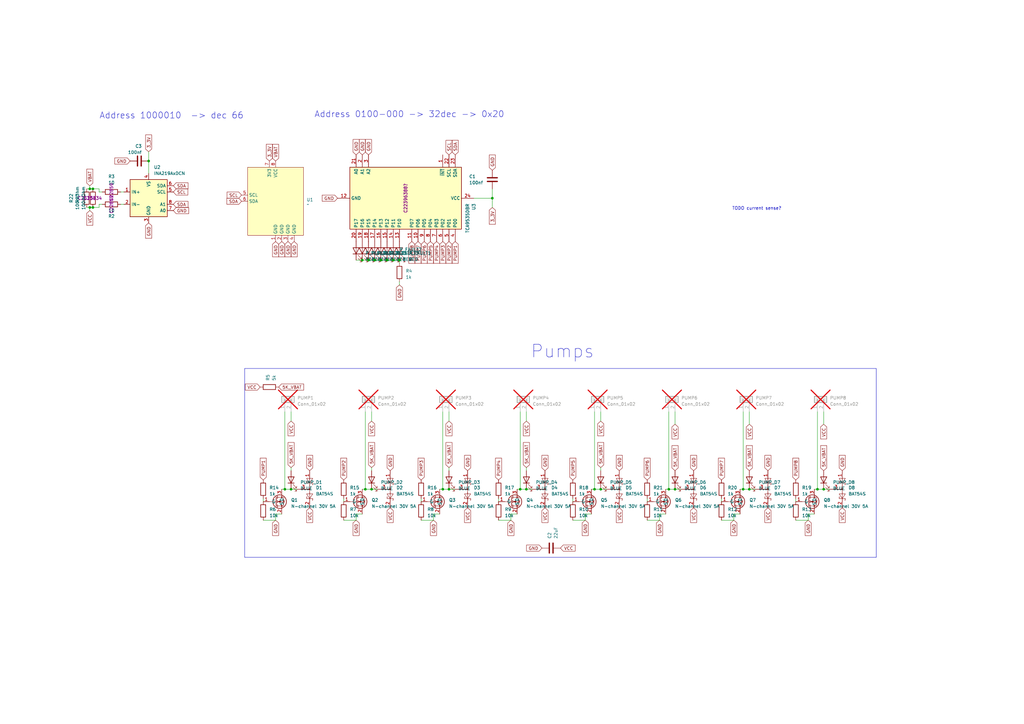
<source format=kicad_sch>
(kicad_sch (version 20250114) (generator "eeschema") (generator_version "9.0")
  (paper "A3")
  (lib_symbols
    (symbol "Connector_Generic:Conn_01x02" (pin_names (offset 1.016) (hide yes))
      (property "Reference" "J" (at 0 2.54 0))
      (property "Value" "Conn_01x02" (at 0 -5.08 0))
      (symbol "Conn_01x02_1_1"
        (rectangle (start -1.27 1.27) (end 1.27 -3.81) (stroke (width 0.254)) (fill (type background)))
        (rectangle (start -1.27 0.127) (end 0 -0.127) (stroke (width 0.1524)))
        (rectangle (start -1.27 -2.413) (end 0 -2.667) (stroke (width 0.1524)))
        (pin passive line (at -5.08 0 0) (length 3.81) (name "Pin_1") (number "1"))
        (pin passive line (at -5.08 -2.54 0) (length 3.81) (name "Pin_2") (number "2"))
      )
    )
    (symbol "Device:C" (pin_numbers (hide yes)) (pin_names (offset 0.254))
      (property "Reference" "C" (at 0.635 2.54 0))
      (property "Value" "C" (at 0.635 -2.54 0))
      (symbol "C_0_1"
        (polyline (pts (xy -2.032 0.762) (xy 2.032 0.762)) (stroke (width 0.508)))
        (polyline (pts (xy -2.032 -0.762) (xy 2.032 -0.762)) (stroke (width 0.508)))
      )
      (symbol "C_1_1"
        (pin passive line (at 0 3.81 270) (length 2.794) (name "~") (number "1"))
        (pin passive line (at 0 -3.81 90) (length 2.794) (name "~") (number "2"))
      )
    )
    (symbol "Device:LED" (pin_numbers (hide yes)) (pin_names (offset 1.016) (hide yes))
      (property "Reference" "D" (at 0 2.54 0))
      (property "Value" "LED" (at 0 -2.54 0))
      (symbol "LED_0_1"
        (polyline (pts (xy -3.048 -0.762) (xy -4.572 -2.286) (xy -3.81 -2.286) (xy -4.572 -2.286) (xy -4.572 -1.524)))
        (polyline (pts (xy -1.778 -0.762) (xy -3.302 -2.286) (xy -2.54 -2.286) (xy -3.302 -2.286) (xy -3.302 -1.524)))
        (polyline (pts (xy -1.27 0) (xy 1.27 0)))
        (polyline (pts (xy -1.27 -1.27) (xy -1.27 1.27)) (stroke (width 0.254)))
        (polyline (pts (xy 1.27 -1.27) (xy 1.27 1.27) (xy -1.27 0) (xy 1.27 -1.27)) (stroke (width 0.254)))
      )
      (symbol "LED_1_1"
        (pin passive line (at -3.81 0 0) (length 2.54) (name "K") (number "1"))
        (pin passive line (at 3.81 0 180) (length 2.54) (name "A") (number "2"))
      )
    )
    (symbol "Device:R" (pin_numbers (hide yes)) (pin_names (offset 0))
      (property "Reference" "R" (at 2.032 0 90))
      (property "Value" "R" (at 0 0 90))
      (symbol "R_0_1"
        (rectangle (start -1.016 -2.54) (end 1.016 2.54) (stroke (width 0.254)))
      )
      (symbol "R_1_1"
        (pin passive line (at 0 3.81 270) (length 1.27) (name "~") (number "1"))
        (pin passive line (at 0 -3.81 90) (length 1.27) (name "~") (number "2"))
      )
    )
    (symbol "Diode:BAS40-04" (pin_names (offset 1.016))
      (property "Reference" "D" (at 0.635 -1.27 0))
      (property "Value" "BAS40-04" (at -6.35 5.715 0))
      (symbol "BAS40-04_0_1"
        (polyline (pts (xy -4.445 3.81) (xy -4.445 1.27) (xy -2.54 2.54) (xy -4.445 3.81)))
        (polyline (pts (xy -3.81 2.54) (xy -1.27 2.54)))
        (polyline (pts (xy -3.175 1.27) (xy -3.175 1.524)))
        (polyline (pts (xy -2.54 3.81) (xy -1.905 3.81)))
        (polyline (pts (xy -2.54 1.27) (xy -3.175 1.27)))
        (polyline (pts (xy -2.54 1.27) (xy -2.54 3.81)))
        (polyline (pts (xy -1.905 3.81) (xy -1.905 3.556)))
        (polyline (pts (xy -1.905 2.54) (xy 1.905 2.54)))
        (circle (center 0 2.54) (radius 0.254) (fill (type outline)))
        (polyline (pts (xy 1.27 2.54) (xy 3.81 2.54)))
        (polyline (pts (xy 1.905 3.81) (xy 1.905 1.27) (xy 3.81 2.54) (xy 1.905 3.81)))
        (polyline (pts (xy 3.175 1.27) (xy 3.175 1.524)))
        (polyline (pts (xy 3.81 3.81) (xy 4.445 3.81)))
        (polyline (pts (xy 3.81 1.27) (xy 3.175 1.27)))
        (polyline (pts (xy 3.81 1.27) (xy 3.81 3.81)))
        (polyline (pts (xy 4.445 3.81) (xy 4.445 3.556)))
      )
      (symbol "BAS40-04_1_1"
        (pin passive line (at -7.62 2.54 0) (length 3.81) (name "~") (number "1"))
        (pin passive line (at 0 -2.54 90) (length 5.08) (name "~") (number "3"))
        (pin passive line (at 7.62 2.54 180) (length 3.81) (name "~") (number "2"))
      )
    )
    (symbol "ESP32-DEVKITC-32D:SL2300" (pin_names (offset 1.016))
      (property "Reference" "Q" (at 0 0 0))
      (property "Value" "SL2300" (at 7.62 0 0))
      (symbol "SL2300_1_1"
        (polyline (pts (xy -1.016 1.905) (xy -1.016 -1.905)) (stroke (width 0.254)))
        (polyline (pts (xy -1.016 0) (xy -3.81 0)))
        (polyline (pts (xy -0.508 2.286) (xy -0.508 1.27)) (stroke (width 0.254)))
        (polyline (pts (xy -0.508 0.508) (xy -0.508 -0.508)) (stroke (width 0.254)))
        (polyline (pts (xy -0.508 -1.27) (xy -0.508 -2.286)) (stroke (width 0.254)))
        (polyline (pts (xy -0.508 -1.778) (xy 2.032 -1.778) (xy 2.032 1.778) (xy -0.508 1.778)))
        (polyline (pts (xy -0.254 0) (xy 0.762 0.381) (xy 0.762 -0.381) (xy -0.254 0)) (fill (type outline)))
        (circle (center 0.381 0) (radius 2.794) (stroke (width 0.254)))
        (polyline (pts (xy 1.27 2.54) (xy 1.27 1.778)))
        (circle (center 1.27 1.778) (radius 0.254) (fill (type outline)))
        (circle (center 1.27 -1.778) (radius 0.254) (fill (type outline)))
        (polyline (pts (xy 1.27 -2.54) (xy 1.27 0) (xy -0.508 0)))
        (polyline (pts (xy 1.524 0.508) (xy 1.651 0.381) (xy 2.413 0.381) (xy 2.54 0.254)))
        (polyline (pts (xy 2.032 0.381) (xy 1.651 -0.254) (xy 2.413 -0.254) (xy 2.032 0.381)))
        (pin input line (at -6.35 0 0) (length 2.54) (name "G") (number "1"))
        (pin passive line (at 1.27 5.08 270) (length 2.54) (name "D") (number "3"))
        (pin passive line (at 1.27 -5.08 90) (length 2.54) (name "S") (number "2"))
      )
    )
    (symbol "Interface_Expansion:TCA9535DBR"
      (property "Reference" "U" (at -11.43 24.13 0))
      (property "Value" "TCA9535DBR" (at 0 0 0))
      (symbol "TCA9535DBR_0_1"
        (rectangle (start -12.7 22.86) (end 12.7 -22.86) (stroke (width 0.254)) (fill (type background)))
      )
      (symbol "TCA9535DBR_1_1"
        (pin bidirectional line (at -17.78 20.32 0) (length 5.08) (name "SDA") (number "23"))
        (pin input line (at -17.78 17.78 0) (length 5.08) (name "SCL") (number "22"))
        (pin open_collector line (at -17.78 15.24 0) (length 5.08) (name "~{INT}") (number "1"))
        (pin input line (at -17.78 -15.24 0) (length 5.08) (name "A2") (number "3"))
        (pin input line (at -17.78 -17.78 0) (length 5.08) (name "A1") (number "2"))
        (pin input line (at -17.78 -20.32 0) (length 5.08) (name "A0") (number "21"))
        (pin power_in line (at 0 27.94 270) (length 5.08) (name "VCC") (number "24"))
        (pin power_in line (at 0 -27.94 90) (length 5.08) (name "GND") (number "12"))
        (pin bidirectional line (at 17.78 20.32 180) (length 5.08) (name "P00") (number "4"))
        (pin bidirectional line (at 17.78 17.78 180) (length 5.08) (name "P01") (number "5"))
        (pin bidirectional line (at 17.78 15.24 180) (length 5.08) (name "P02") (number "6"))
        (pin bidirectional line (at 17.78 12.7 180) (length 5.08) (name "P03") (number "7"))
        (pin bidirectional line (at 17.78 10.16 180) (length 5.08) (name "P04") (number "8"))
        (pin bidirectional line (at 17.78 7.62 180) (length 5.08) (name "P05") (number "9"))
        (pin bidirectional line (at 17.78 5.08 180) (length 5.08) (name "P06") (number "10"))
        (pin bidirectional line (at 17.78 2.54 180) (length 5.08) (name "P07") (number "11"))
        (pin bidirectional line (at 17.78 -2.54 180) (length 5.08) (name "P10") (number "13"))
        (pin bidirectional line (at 17.78 -5.08 180) (length 5.08) (name "P11") (number "14"))
        (pin bidirectional line (at 17.78 -7.62 180) (length 5.08) (name "P12") (number "15"))
        (pin bidirectional line (at 17.78 -10.16 180) (length 5.08) (name "P13") (number "16"))
        (pin bidirectional line (at 17.78 -12.7 180) (length 5.08) (name "P14") (number "17"))
        (pin bidirectional line (at 17.78 -15.24 180) (length 5.08) (name "P15") (number "18"))
        (pin bidirectional line (at 17.78 -17.78 180) (length 5.08) (name "P16") (number "19"))
        (pin bidirectional line (at 17.78 -20.32 180) (length 5.08) (name "P17") (number "20"))
      )
    )
    (symbol "Modules:Pump_Output"
      (property "Reference" "U" (at -6.35 15.24 0))
      (symbol "Pump_Output_1_1"
        (rectangle (start -12.7 12.7) (end 10.16 -15.24) (fill (type background)))
        (pin bidirectional line (at -15.24 1.27 0) (length 2.54) (name "SCL") (number "5"))
        (pin bidirectional line (at -15.24 -1.27 0) (length 2.54) (name "SDA") (number "6"))
        (pin power_in line (at -3.81 15.24 270) (length 2.54) (name "3V3") (number "7"))
        (pin power_in line (at -1.27 15.24 270) (length 2.54) (name "VCC") (number "8"))
        (pin power_in line (at -1.27 -17.78 90) (length 2.54) (name "GND") (number "1"))
        (pin power_in line (at 1.27 -17.78 90) (length 2.54) (name "GND") (number "2"))
        (pin power_in line (at 3.81 -17.78 90) (length 2.54) (name "GND") (number "3"))
        (pin power_in line (at 6.35 -17.78 90) (length 2.54) (name "GND") (number "4"))
      )
    )
    (symbol "Sensor_Energy:INA219AxDCN"
      (property "Reference" "U" (at -6.35 8.89 0))
      (property "Value" "INA219AxDCN" (at 6.35 8.89 0))
      (symbol "INA219AxDCN_0_1"
        (rectangle (start -7.62 7.62) (end 7.62 -7.62) (stroke (width 0.254)) (fill (type background)))
      )
      (symbol "INA219AxDCN_1_1"
        (pin input line (at -10.16 2.54 0) (length 2.54) (name "IN+") (number "1"))
        (pin input line (at -10.16 -2.54 0) (length 2.54) (name "IN-") (number "2"))
        (pin power_in line (at 0 10.16 270) (length 2.54) (name "VS") (number "4"))
        (pin power_in line (at 0 -10.16 90) (length 2.54) (name "GND") (number "3"))
        (pin bidirectional line (at 10.16 5.08 180) (length 2.54) (name "SDA") (number "6"))
        (pin input line (at 10.16 2.54 180) (length 2.54) (name "SCL") (number "5"))
        (pin input line (at 10.16 -2.54 180) (length 2.54) (name "A1") (number "8"))
        (pin input line (at 10.16 -5.08 180) (length 2.54) (name "A0") (number "7"))
      )
    )
  )
  (rectangle (start 100.33 151.13) (end 359.41 228.6))
  (text "TODO current sense?" (at 310.388 85.598 0) (effects (font (size 1.27 1.27))))
  (text "Address 0100-000 -> 32dec -> 0x20" (at 167.894 46.99 0) (effects (font (size 2.54 2.54))))
  (text "Address 1000010  -> dec 66" (at 70.358 47.498 0) (effects (font (size 2.54 2.54))))
  (text "Pumps" (at 243.84 147.32 0) (effects (font (size 5.2578 5.2578)) (justify right bottom)))
  (junction (at 184.15 200.66))
  (junction (at 215.9 200.66))
  (junction (at 201.93 81.28))
  (junction (at 304.8 200.66))
  (junction (at 181.61 200.66))
  (junction (at 152.4 200.66))
  (junction (at 246.38 200.66))
  (junction (at 36.83 85.09))
  (junction (at 276.86 200.66))
  (junction (at 149.86 200.66))
  (junction (at 151.13 106.68))
  (junction (at 337.82 200.66))
  (junction (at 156.21 106.68))
  (junction (at 161.29 106.68))
  (junction (at 38.1 77.47))
  (junction (at 153.67 106.68))
  (junction (at 274.32 200.66))
  (junction (at 38.1 85.09))
  (junction (at 243.84 200.66))
  (junction (at 116.84 200.66))
  (junction (at 163.83 106.68))
  (junction (at 158.75 106.68))
  (junction (at 60.96 66.04))
  (junction (at 307.34 200.66))
  (junction (at 119.38 200.66))
  (junction (at 36.83 77.47))
  (junction (at 213.36 200.66))
  (junction (at 148.59 106.68))
  (junction (at 335.28 200.66))
  (wire (pts (xy 274.32 168.91) (xy 274.32 200.66)))
  (wire (pts (xy 215.9 168.91) (xy 215.9 172.72)))
  (wire (pts (xy 107.95 204.47) (xy 107.95 205.74)))
  (wire (pts (xy 201.93 77.47) (xy 201.93 81.28)))
  (wire (pts (xy 163.83 116.84) (xy 163.83 115.57)))
  (wire (pts (xy 274.32 200.66) (xy 273.05 200.66)))
  (wire (pts (xy 149.86 168.91) (xy 149.86 200.66)))
  (wire (pts (xy 152.4 200.66) (xy 154.94 200.66)))
  (wire (pts (xy 326.39 204.47) (xy 326.39 205.74)))
  (wire (pts (xy 246.38 200.66) (xy 248.92 200.66)))
  (wire (pts (xy 40.64 77.47) (xy 38.1 77.47)))
  (wire (pts (xy 243.84 200.66) (xy 242.57 200.66)))
  (wire (pts (xy 240.03 210.82) (xy 240.03 213.36)))
  (wire (pts (xy 334.01 210.82) (xy 331.47 210.82)))
  (wire (pts (xy 60.96 66.04) (xy 60.96 71.12)))
  (wire (pts (xy 152.4 168.91) (xy 152.4 172.72)))
  (wire (pts (xy 152.4 191.77) (xy 152.4 193.04)))
  (wire (pts (xy 246.38 200.66) (xy 243.84 200.66)))
  (wire (pts (xy 307.34 168.91) (xy 307.34 173.99)))
  (wire (pts (xy 234.95 204.47) (xy 234.95 205.74)))
  (wire (pts (xy 149.86 200.66) (xy 148.59 200.66)))
  (wire (pts (xy 300.99 210.82) (xy 300.99 213.36)))
  (wire (pts (xy 276.86 168.91) (xy 276.86 173.99)))
  (wire (pts (xy 212.09 210.82) (xy 209.55 210.82)))
  (wire (pts (xy 184.15 193.04) (xy 184.15 191.77)))
  (wire (pts (xy 300.99 213.36) (xy 295.91 213.36)))
  (wire (pts (xy 295.91 204.47) (xy 295.91 205.74)))
  (wire (pts (xy 172.72 204.47) (xy 172.72 205.74)))
  (wire (pts (xy 36.83 76.2) (xy 36.83 77.47)))
  (wire (pts (xy 158.75 106.68) (xy 161.29 106.68)))
  (wire (pts (xy 215.9 200.66) (xy 213.36 200.66)))
  (wire (pts (xy 240.03 213.36) (xy 234.95 213.36)))
  (wire (pts (xy 246.38 191.77) (xy 246.38 193.04)))
  (wire (pts (xy 184.15 168.91) (xy 184.15 172.72)))
  (wire (pts (xy 331.47 213.36) (xy 326.39 213.36)))
  (wire (pts (xy 49.53 78.74) (xy 50.8 78.74)))
  (wire (pts (xy 184.15 200.66) (xy 181.61 200.66)))
  (wire (pts (xy 273.05 210.82) (xy 270.51 210.82)))
  (wire (pts (xy 331.47 210.82) (xy 331.47 213.36)))
  (wire (pts (xy 149.86 200.66) (xy 152.4 200.66)))
  (wire (pts (xy 119.38 200.66) (xy 121.92 200.66)))
  (wire (pts (xy 307.34 200.66) (xy 309.88 200.66)))
  (wire (pts (xy 146.05 210.82) (xy 146.05 213.36)))
  (wire (pts (xy 276.86 200.66) (xy 274.32 200.66)))
  (wire (pts (xy 209.55 213.36) (xy 204.47 213.36)))
  (wire (pts (xy 303.53 210.82) (xy 300.99 210.82)))
  (wire (pts (xy 40.64 83.82) (xy 40.64 85.09)))
  (wire (pts (xy 270.51 213.36) (xy 265.43 213.36)))
  (wire (pts (xy 113.03 213.36) (xy 107.95 213.36)))
  (wire (pts (xy 335.28 168.91) (xy 335.28 200.66)))
  (wire (pts (xy 215.9 191.77) (xy 215.9 193.04)))
  (wire (pts (xy 148.59 106.68) (xy 146.05 106.68)))
  (wire (pts (xy 35.56 77.47) (xy 36.83 77.47)))
  (wire (pts (xy 213.36 200.66) (xy 212.09 200.66)))
  (wire (pts (xy 49.53 83.82) (xy 50.8 83.82)))
  (wire (pts (xy 156.21 106.68) (xy 158.75 106.68)))
  (wire (pts (xy 119.38 193.04) (xy 119.38 191.77)))
  (wire (pts (xy 181.61 200.66) (xy 180.34 200.66)))
  (wire (pts (xy 270.51 210.82) (xy 270.51 213.36)))
  (wire (pts (xy 265.43 204.47) (xy 265.43 205.74)))
  (wire (pts (xy 242.57 210.82) (xy 240.03 210.82)))
  (wire (pts (xy 40.64 78.74) (xy 41.91 78.74)))
  (wire (pts (xy 180.34 210.82) (xy 177.8 210.82)))
  (wire (pts (xy 163.83 107.95) (xy 163.83 106.68)))
  (wire (pts (xy 194.31 81.28) (xy 201.93 81.28)))
  (wire (pts (xy 113.03 210.82) (xy 113.03 213.36)))
  (wire (pts (xy 209.55 210.82) (xy 209.55 213.36)))
  (wire (pts (xy 177.8 210.82) (xy 177.8 213.36)))
  (wire (pts (xy 151.13 106.68) (xy 148.59 106.68)))
  (wire (pts (xy 204.47 204.47) (xy 204.47 205.74)))
  (wire (pts (xy 36.83 85.09) (xy 38.1 85.09)))
  (wire (pts (xy 36.83 77.47) (xy 38.1 77.47)))
  (wire (pts (xy 40.64 78.74) (xy 40.64 77.47)))
  (wire (pts (xy 177.8 213.36) (xy 172.72 213.36)))
  (wire (pts (xy 307.34 200.66) (xy 304.8 200.66)))
  (wire (pts (xy 304.8 200.66) (xy 303.53 200.66)))
  (wire (pts (xy 201.93 81.28) (xy 201.93 85.09)))
  (wire (pts (xy 335.28 200.66) (xy 334.01 200.66)))
  (wire (pts (xy 213.36 168.91) (xy 213.36 200.66)))
  (wire (pts (xy 181.61 168.91) (xy 181.61 200.66)))
  (wire (pts (xy 115.57 210.82) (xy 113.03 210.82)))
  (wire (pts (xy 36.83 85.09) (xy 36.83 86.36)))
  (wire (pts (xy 243.84 168.91) (xy 243.84 200.66)))
  (wire (pts (xy 140.97 204.47) (xy 140.97 205.74)))
  (wire (pts (xy 304.8 168.91) (xy 304.8 200.66)))
  (wire (pts (xy 119.38 200.66) (xy 116.84 200.66)))
  (wire (pts (xy 40.64 85.09) (xy 38.1 85.09)))
  (wire (pts (xy 156.21 106.68) (xy 153.67 106.68)))
  (wire (pts (xy 246.38 168.91) (xy 246.38 172.72)))
  (wire (pts (xy 116.84 200.66) (xy 115.57 200.66)))
  (wire (pts (xy 337.82 200.66) (xy 340.36 200.66)))
  (wire (pts (xy 337.82 200.66) (xy 335.28 200.66)))
  (wire (pts (xy 40.64 83.82) (xy 41.91 83.82)))
  (wire (pts (xy 153.67 106.68) (xy 151.13 106.68)))
  (wire (pts (xy 146.05 213.36) (xy 140.97 213.36)))
  (wire (pts (xy 276.86 200.66) (xy 279.4 200.66)))
  (wire (pts (xy 148.59 210.82) (xy 146.05 210.82)))
  (wire (pts (xy 35.56 85.09) (xy 36.83 85.09)))
  (wire (pts (xy 184.15 200.66) (xy 186.69 200.66)))
  (wire (pts (xy 60.96 62.23) (xy 60.96 66.04)))
  (wire (pts (xy 161.29 106.68) (xy 163.83 106.68)))
  (wire (pts (xy 116.84 168.91) (xy 116.84 200.66)))
  (wire (pts (xy 337.82 168.91) (xy 337.82 173.99)))
  (wire (pts (xy 215.9 200.66) (xy 218.44 200.66)))
  (wire (pts (xy 119.38 168.91) (xy 119.38 172.72)))
  (global_label "VCC" (shape input) (at 119.38 172.72 270) (property "Intersheetrefs" "${INTERSHEET_REFS}" (effects (hide yes))))
  (global_label "VCC" (shape input) (at 254 208.28 270) (property "Intersheetrefs" "${INTERSHEET_REFS}" (effects (hide yes))))
  (global_label "PUMP4" (shape input) (at 179.07 99.06 270) (property "Intersheetrefs" "${INTERSHEET_REFS}" (effects (hide yes))))
  (global_label "GND" (shape input) (at 127 193.04 90) (property "Intersheetrefs" "${INTERSHEET_REFS}" (effects (hide yes))))
  (global_label "SDA" (shape input) (at 186.69 63.5 90) (property "Intersheetrefs" "${INTERSHEET_REFS}" (effects (hide yes))))
  (global_label "5K_VBAT" (shape input) (at 152.4 191.77 90) (property "Intersheetrefs" "${INTERSHEET_REFS}" (effects (hide yes))))
  (global_label "3_3V" (shape input) (at 110.49 66.04 90) (property "Intersheetrefs" "${INTERSHEET_REFS}" (effects (hide yes))))
  (global_label "VCC" (shape input) (at 307.34 173.99 270) (property "Intersheetrefs" "${INTERSHEET_REFS}" (effects (hide yes))))
  (global_label "PUMP1" (shape input) (at 186.69 99.06 270) (property "Intersheetrefs" "${INTERSHEET_REFS}" (effects (hide yes))))
  (global_label "SCL" (shape input) (at 184.15 63.5 90) (property "Intersheetrefs" "${INTERSHEET_REFS}" (effects (hide yes))))
  (global_label "GND" (shape input) (at 314.96 193.04 90) (property "Intersheetrefs" "${INTERSHEET_REFS}" (effects (hide yes))))
  (global_label "PUMP5" (shape input) (at 176.53 99.06 270) (property "Intersheetrefs" "${INTERSHEET_REFS}" (effects (hide yes))))
  (global_label "VCC" (shape input) (at 106.68 158.75 180) (property "Intersheetrefs" "${INTERSHEET_REFS}" (effects (hide yes))))
  (global_label "SCL" (shape input) (at 99.06 80.01 180) (property "Intersheetrefs" "${INTERSHEET_REFS}" (effects (hide yes))))
  (global_label "PUMP8" (shape input) (at 326.39 196.85 90) (property "Intersheetrefs" "${INTERSHEET_REFS}" (effects (hide yes))))
  (global_label "GND" (shape input) (at 60.96 91.44 270) (property "Intersheetrefs" "${INTERSHEET_REFS}" (effects (hide yes))))
  (global_label "GND" (shape input) (at 201.93 69.85 90) (property "Intersheetrefs" "${INTERSHEET_REFS}" (effects (hide yes))))
  (global_label "PUMP5" (shape input) (at 234.95 196.85 90) (property "Intersheetrefs" "${INTERSHEET_REFS}" (effects (hide yes))))
  (global_label "GND" (shape input) (at 300.99 213.36 270) (property "Intersheetrefs" "${INTERSHEET_REFS}" (effects (hide yes))))
  (global_label "VCC" (shape input) (at 337.82 173.99 270) (property "Intersheetrefs" "${INTERSHEET_REFS}" (effects (hide yes))))
  (global_label "PUMP2" (shape input) (at 140.97 196.85 90) (property "Intersheetrefs" "${INTERSHEET_REFS}" (effects (hide yes))))
  (global_label "GND" (shape input) (at 115.57 99.06 270) (property "Intersheetrefs" "${INTERSHEET_REFS}" (effects (hide yes))))
  (global_label "VCC" (shape input) (at 229.87 224.79 0) (property "Intersheetrefs" "${INTERSHEET_REFS}" (effects (hide yes))))
  (global_label "VCC" (shape input) (at 314.96 208.28 270) (property "Intersheetrefs" "${INTERSHEET_REFS}" (effects (hide yes))))
  (global_label "GND" (shape input) (at 148.59 63.5 90) (property "Intersheetrefs" "${INTERSHEET_REFS}" (effects (hide yes))))
  (global_label "SDA" (shape input) (at 71.12 76.2 0) (property "Intersheetrefs" "${INTERSHEET_REFS}" (effects (hide yes))))
  (global_label "PUMP8" (shape input) (at 168.91 99.06 270) (property "Intersheetrefs" "${INTERSHEET_REFS}" (effects (hide yes))))
  (global_label "PUMP6" (shape input) (at 265.43 196.85 90) (property "Intersheetrefs" "${INTERSHEET_REFS}" (effects (hide yes))))
  (global_label "VCC" (shape input) (at 127 208.28 270) (property "Intersheetrefs" "${INTERSHEET_REFS}" (effects (hide yes))))
  (global_label "5K_VBAT" (shape input) (at 276.86 193.04 90) (property "Intersheetrefs" "${INTERSHEET_REFS}" (effects (hide yes))))
  (global_label "GND" (shape input) (at 53.34 66.04 180) (property "Intersheetrefs" "${INTERSHEET_REFS}" (effects (hide yes))))
  (global_label "5K_VBAT" (shape input) (at 246.38 191.77 90) (property "Intersheetrefs" "${INTERSHEET_REFS}" (effects (hide yes))))
  (global_label "GND" (shape input) (at 146.05 213.36 270) (property "Intersheetrefs" "${INTERSHEET_REFS}" (effects (hide yes))))
  (global_label "PUMP6" (shape input) (at 173.99 99.06 270) (property "Intersheetrefs" "${INTERSHEET_REFS}" (effects (hide yes))))
  (global_label "SCL" (shape input) (at 71.12 78.74 0) (property "Intersheetrefs" "${INTERSHEET_REFS}" (effects (hide yes))))
  (global_label "VCC" (shape input) (at 223.52 208.28 270) (property "Intersheetrefs" "${INTERSHEET_REFS}" (effects (hide yes))))
  (global_label "5K_VBAT" (shape input) (at 215.9 191.77 90) (property "Intersheetrefs" "${INTERSHEET_REFS}" (effects (hide yes))))
  (global_label "VCC" (shape input) (at 284.48 208.28 270) (property "Intersheetrefs" "${INTERSHEET_REFS}" (effects (hide yes))))
  (global_label "GND" (shape input) (at 151.13 63.5 90) (property "Intersheetrefs" "${INTERSHEET_REFS}" (effects (hide yes))))
  (global_label "VBAT" (shape input) (at 36.83 76.2 90) (property "Intersheetrefs" "${INTERSHEET_REFS}" (effects (hide yes))))
  (global_label "PUMP7" (shape input) (at 295.91 196.85 90) (property "Intersheetrefs" "${INTERSHEET_REFS}" (effects (hide yes))))
  (global_label "PUMP4" (shape input) (at 204.47 196.85 90) (property "Intersheetrefs" "${INTERSHEET_REFS}" (effects (hide yes))))
  (global_label "PUMP2" (shape input) (at 184.15 99.06 270) (property "Intersheetrefs" "${INTERSHEET_REFS}" (effects (hide yes))))
  (global_label "GND" (shape input) (at 191.77 193.04 90) (property "Intersheetrefs" "${INTERSHEET_REFS}" (effects (hide yes))))
  (global_label "VCC" (shape input) (at 184.15 172.72 270) (property "Intersheetrefs" "${INTERSHEET_REFS}" (effects (hide yes))))
  (global_label "GND" (shape input) (at 71.12 86.36 0) (property "Intersheetrefs" "${INTERSHEET_REFS}" (effects (hide yes))))
  (global_label "VCC" (shape input) (at 160.02 208.28 270) (property "Intersheetrefs" "${INTERSHEET_REFS}" (effects (hide yes))))
  (global_label "PUMP3" (shape input) (at 181.61 99.06 270) (property "Intersheetrefs" "${INTERSHEET_REFS}" (effects (hide yes))))
  (global_label "GND" (shape input) (at 345.44 193.04 90) (property "Intersheetrefs" "${INTERSHEET_REFS}" (effects (hide yes))))
  (global_label "GND" (shape input) (at 222.25 224.79 180) (property "Intersheetrefs" "${INTERSHEET_REFS}" (effects (hide yes))))
  (global_label "3_3V" (shape input) (at 201.93 85.09 270) (property "Intersheetrefs" "${INTERSHEET_REFS}" (effects (hide yes))))
  (global_label "5K_VBAT" (shape input) (at 184.15 191.77 90) (property "Intersheetrefs" "${INTERSHEET_REFS}" (effects (hide yes))))
  (global_label "GND" (shape input) (at 270.51 213.36 270) (property "Intersheetrefs" "${INTERSHEET_REFS}" (effects (hide yes))))
  (global_label "GND" (shape input) (at 223.52 193.04 90) (property "Intersheetrefs" "${INTERSHEET_REFS}" (effects (hide yes))))
  (global_label "GND" (shape input) (at 160.02 193.04 90) (property "Intersheetrefs" "${INTERSHEET_REFS}" (effects (hide yes))))
  (global_label "VCC" (shape input) (at 36.83 86.36 270) (property "Intersheetrefs" "${INTERSHEET_REFS}" (effects (hide yes))))
  (global_label "GND" (shape input) (at 113.03 99.06 270) (property "Intersheetrefs" "${INTERSHEET_REFS}" (effects (hide yes))))
  (global_label "GND" (shape input) (at 113.03 213.36 270) (property "Intersheetrefs" "${INTERSHEET_REFS}" (effects (hide yes))))
  (global_label "SDA" (shape input) (at 71.12 83.82 0) (property "Intersheetrefs" "${INTERSHEET_REFS}" (effects (hide yes))))
  (global_label "GND" (shape input) (at 118.11 99.06 270) (property "Intersheetrefs" "${INTERSHEET_REFS}" (effects (hide yes))))
  (global_label "VCC" (shape input) (at 345.44 208.28 270) (property "Intersheetrefs" "${INTERSHEET_REFS}" (effects (hide yes))))
  (global_label "5K_VBAT" (shape input) (at 307.34 193.04 90) (property "Intersheetrefs" "${INTERSHEET_REFS}" (effects (hide yes))))
  (global_label "GND" (shape input) (at 284.48 193.04 90) (property "Intersheetrefs" "${INTERSHEET_REFS}" (effects (hide yes))))
  (global_label "SDA" (shape input) (at 99.06 82.55 180) (property "Intersheetrefs" "${INTERSHEET_REFS}" (effects (hide yes))))
  (global_label "GND" (shape input) (at 331.47 213.36 270) (property "Intersheetrefs" "${INTERSHEET_REFS}" (effects (hide yes))))
  (global_label "GND" (shape input) (at 209.55 213.36 270) (property "Intersheetrefs" "${INTERSHEET_REFS}" (effects (hide yes))))
  (global_label "PUMP3" (shape input) (at 172.72 196.85 90) (property "Intersheetrefs" "${INTERSHEET_REFS}" (effects (hide yes))))
  (global_label "5K_VBAT" (shape input) (at 114.3 158.75 0) (property "Intersheetrefs" "${INTERSHEET_REFS}" (effects (hide yes))))
  (global_label "GND" (shape input) (at 120.65 99.06 270) (property "Intersheetrefs" "${INTERSHEET_REFS}" (effects (hide yes))))
  (global_label "GND" (shape input) (at 138.43 81.28 180) (property "Intersheetrefs" "${INTERSHEET_REFS}" (effects (hide yes))))
  (global_label "VCC" (shape input) (at 276.86 173.99 270) (property "Intersheetrefs" "${INTERSHEET_REFS}" (effects (hide yes))))
  (global_label "5K_VBAT" (shape input) (at 119.38 191.77 90) (property "Intersheetrefs" "${INTERSHEET_REFS}" (effects (hide yes))))
  (global_label "VCC" (shape input) (at 215.9 172.72 270) (property "Intersheetrefs" "${INTERSHEET_REFS}" (effects (hide yes))))
  (global_label "VCC" (shape input) (at 191.77 208.28 270) (property "Intersheetrefs" "${INTERSHEET_REFS}" (effects (hide yes))))
  (global_label "GND" (shape input) (at 146.05 63.5 90) (property "Intersheetrefs" "${INTERSHEET_REFS}" (effects (hide yes))))
  (global_label "VCC" (shape input) (at 246.38 172.72 270) (property "Intersheetrefs" "${INTERSHEET_REFS}" (effects (hide yes))))
  (global_label "GND" (shape input) (at 254 193.04 90) (property "Intersheetrefs" "${INTERSHEET_REFS}" (effects (hide yes))))
  (global_label "PUMP1" (shape input) (at 107.95 196.85 90) (property "Intersheetrefs" "${INTERSHEET_REFS}" (effects (hide yes))))
  (global_label "PUMP7" (shape input) (at 171.45 99.06 270) (property "Intersheetrefs" "${INTERSHEET_REFS}" (effects (hide yes))))
  (global_label "3_3V" (shape input) (at 60.96 62.23 90) (property "Intersheetrefs" "${INTERSHEET_REFS}" (effects (hide yes))))
  (global_label "VCC" (shape input) (at 152.4 172.72 270) (property "Intersheetrefs" "${INTERSHEET_REFS}" (effects (hide yes))))
  (global_label "VBAT" (shape input) (at 113.03 66.04 90) (property "Intersheetrefs" "${INTERSHEET_REFS}" (effects (hide yes))))
  (global_label "GND" (shape input) (at 163.83 116.84 270) (property "Intersheetrefs" "${INTERSHEET_REFS}" (effects (hide yes))))
  (global_label "GND" (shape input) (at 177.8 213.36 270) (property "Intersheetrefs" "${INTERSHEET_REFS}" (effects (hide yes))))
  (global_label "GND" (shape input) (at 240.03 213.36 270) (property "Intersheetrefs" "${INTERSHEET_REFS}" (effects (hide yes))))
  (global_label "5K_VBAT" (shape input) (at 337.82 193.04 90) (property "Intersheetrefs" "${INTERSHEET_REFS}" (effects (hide yes))))
  (symbol (lib_id "Device:LED") (at 246.38 196.85 90) (unit 1)
    (property "Reference" "PUMP_D5" (at 250.19 197.8025 90) (effects (justify right)))
    (property "Value" "BLUE" (at 250.19 200.3425 90) (effects (justify right)))
    (property "Footprint" "LED_SMD:LED_0805_2012Metric" (effects (hide yes)))
    (property "Description" "Light emitting diode" (effects (hide yes)))
    (property "LCSC_PART_NUMBER" "C205441" (effects (hide yes)))
    (property "Sim.Pins" "1=K 2=A" (effects (hide yes)))
  )
  (symbol (lib_id "Device:R") (at 35.56 81.28 180) (unit 1)
    (property "Reference" "R22" (at 29.21 81.28 90))
    (property "Value" "100mOhm" (at 31.75 81.28 90))
    (property "Footprint" "Resistor_SMD:R_1206_3216Metric" (effects (hide yes)))
    (property "Description" "Resistor" (effects (hide yes)))
    (property "LCSC_PART_NUMBER" "C25334" (at 35.56 81.28 0))
  )
  (symbol (lib_id "Diode:BAS40-04") (at 342.9 200.66 270) (unit 1)
    (property "Reference" "D8" (at 347.98 200.025 90) (effects (justify left)))
    (property "Value" "BAT54S" (at 347.98 202.565 90) (effects (justify left)))
    (property "Footprint" "Package_TO_SOT_SMD:SOT-23" (effects (hide yes)))
    (property "Datasheet" "http://www.vishay.com/docs/85701/bas40v.pdf" (effects (hide yes)))
    (property "Description" "40V 0.2A Dual Small Signal Schottky Diodes" (effects (hide yes)))
    (property "LCSC_PART_NUMBER" "C916425" (effects (hide yes)))
  )
  (symbol (lib_id "ESP32-DEVKITC-32D:SL2300") (at 114.3 205.74 0) (unit 1)
    (property "Reference" "Q1" (at 119.38 205.105 0) (effects (justify left)))
    (property "Value" "N-channel 30V 5A" (at 119.38 207.645 0) (effects (justify left)))
    (property "Footprint" "PCM_Package_TO_SOT_SMD_AKL:SOT-23" (effects (hide yes)))
    (property "LCSC_PART_NUMBER" "C20917" (effects (hide yes)))
  )
  (symbol (lib_id "Device:R") (at 326.39 209.55 0) (unit 1)
    (property "Reference" "R13" (at 328.93 208.915 0) (effects (justify left)))
    (property "Value" "10k" (at 328.93 211.455 0) (effects (justify left)))
    (property "Footprint" "Resistor_SMD:R_0603_1608Metric" (effects (hide yes)))
    (property "Description" "Resistor" (effects (hide yes)))
    (property "LCSC_PART_NUMBER" "C25804" (effects (hide yes)))
  )
  (symbol (lib_id "Device:LED") (at 152.4 196.85 90) (unit 1)
    (property "Reference" "PUMP_D2" (at 156.21 197.8025 90) (effects (justify right)))
    (property "Value" "BLUE" (at 156.21 200.3425 90) (effects (justify right)))
    (property "Footprint" "LED_SMD:LED_0805_2012Metric" (effects (hide yes)))
    (property "Description" "Light emitting diode" (effects (hide yes)))
    (property "LCSC_PART_NUMBER" "C205441" (effects (hide yes)))
    (property "Sim.Pins" "1=K 2=A" (effects (hide yes)))
  )
  (symbol (lib_id "Device:LED") (at 163.83 102.87 90) (unit 1)
    (property "Reference" "P_FAULT1" (at 167.64 103.8225 90) (effects (justify right)))
    (property "Value" "RED" (at 167.64 106.3625 90) (effects (justify right)))
    (property "Footprint" "LED_SMD:LED_0805_2012Metric" (effects (hide yes)))
    (property "Description" "Light emitting diode" (effects (hide yes)))
    (property "LCSC_PART_NUMBER" "C205441" (effects (hide yes)))
    (property "Sim.Pins" "1=K 2=A" (effects (hide yes)))
  )
  (symbol (lib_id "Diode:BAS40-04") (at 124.46 200.66 270) (unit 1)
    (property "Reference" "D1" (at 129.54 200.025 90) (effects (justify left)))
    (property "Value" "BAT54S" (at 129.54 202.565 90) (effects (justify left)))
    (property "Footprint" "Package_TO_SOT_SMD:SOT-23" (effects (hide yes)))
    (property "Datasheet" "http://www.vishay.com/docs/85701/bas40v.pdf" (effects (hide yes)))
    (property "Description" "40V 0.2A Dual Small Signal Schottky Diodes" (effects (hide yes)))
    (property "LCSC_PART_NUMBER" "C916425" (effects (hide yes)))
  )
  (symbol (lib_id "Device:C") (at 226.06 224.79 270) (unit 1)
    (property "Reference" "C2" (at 225.425 220.98 0) (effects (justify right)))
    (property "Value" "22uF" (at 227.965 220.98 0) (effects (justify right)))
    (property "Footprint" "PCM_Capacitor_SMD_Handsoldering_AKL:C_0805_2012Metric_Pad1.18x1.45mm" (effects (hide yes)))
    (property "Description" "Unpolarized capacitor" (effects (hide yes)))
    (property "LCSC_PART_NUMBER" "C45783" (effects (hide yes)))
  )
  (symbol (lib_id "Device:C") (at 201.93 73.66 0) (unit 1)
    (property "Reference" "C1" (at 192.405 72.39 0) (effects (justify left)))
    (property "Value" "100nf" (at 192.405 74.93 0) (effects (justify left)))
    (property "Footprint" "PCM_Capacitor_SMD_Handsoldering_AKL:C_0603_1608Metric_Pad1.08x0.95mm" (effects (hide yes)))
    (property "LCSC_PART_NUMBER" "C14663" (effects (hide yes)))
  )
  (symbol (lib_id "Connector_Generic:Conn_01x02") (at 274.32 163.83 90) (unit 1) (dnp yes)
    (property "Reference" "PUMP6" (at 279.4 163.195 90) (effects (justify right)))
    (property "Value" "Conn_01x02" (at 279.4 165.735 90) (effects (justify right)))
    (property "Footprint" "Connector_JST:JST_EH_B2B-EH-A_1x02_P2.50mm_Vertical" (effects (hide yes)))
    (property "Description" "Generic connector, single row, 01x02, script generated (kicad-library-utils/schlib/autogen/connector/)" (effects (hide yes)))
  )
  (symbol (lib_id "Connector_Generic:Conn_01x02") (at 243.84 163.83 90) (unit 1) (dnp yes)
    (property "Reference" "PUMP5" (at 248.92 163.195 90) (effects (justify right)))
    (property "Value" "Conn_01x02" (at 248.92 165.735 90) (effects (justify right)))
    (property "Footprint" "Connector_JST:JST_EH_B2B-EH-A_1x02_P2.50mm_Vertical" (effects (hide yes)))
    (property "Description" "Generic connector, single row, 01x02, script generated (kicad-library-utils/schlib/autogen/connector/)" (effects (hide yes)))
  )
  (symbol (lib_id "Device:LED") (at 146.05 102.87 90) (unit 1)
    (property "Reference" "P_FAULT8" (at 149.86 103.8225 90) (effects (justify right)))
    (property "Value" "RED" (at 149.86 106.3625 90) (effects (justify right)))
    (property "Footprint" "LED_SMD:LED_0805_2012Metric" (effects (hide yes)))
    (property "Description" "Light emitting diode" (effects (hide yes)))
    (property "LCSC_PART_NUMBER" "C205441" (effects (hide yes)))
    (property "Sim.Pins" "1=K 2=A" (effects (hide yes)))
  )
  (symbol (lib_id "ESP32-DEVKITC-32D:SL2300") (at 210.82 205.74 0) (unit 1)
    (property "Reference" "Q4" (at 215.9 205.105 0) (effects (justify left)))
    (property "Value" "N-channel 30V 5A" (at 215.9 207.645 0) (effects (justify left)))
    (property "Footprint" "PCM_Package_TO_SOT_SMD_AKL:SOT-23" (effects (hide yes)))
    (property "LCSC_PART_NUMBER" "C20917" (effects (hide yes)))
  )
  (symbol (lib_id "Diode:BAS40-04") (at 157.48 200.66 270) (unit 1)
    (property "Reference" "D2" (at 162.56 200.025 90) (effects (justify left)))
    (property "Value" "BAT54S" (at 162.56 202.565 90) (effects (justify left)))
    (property "Footprint" "Package_TO_SOT_SMD:SOT-23" (effects (hide yes)))
    (property "Datasheet" "http://www.vishay.com/docs/85701/bas40v.pdf" (effects (hide yes)))
    (property "Description" "40V 0.2A Dual Small Signal Schottky Diodes" (effects (hide yes)))
    (property "LCSC_PART_NUMBER" "C916425" (effects (hide yes)))
  )
  (symbol (lib_id "Diode:BAS40-04") (at 220.98 200.66 270) (unit 1)
    (property "Reference" "D4" (at 226.06 200.025 90) (effects (justify left)))
    (property "Value" "BAT54S" (at 226.06 202.565 90) (effects (justify left)))
    (property "Footprint" "Package_TO_SOT_SMD:SOT-23" (effects (hide yes)))
    (property "Datasheet" "http://www.vishay.com/docs/85701/bas40v.pdf" (effects (hide yes)))
    (property "Description" "40V 0.2A Dual Small Signal Schottky Diodes" (effects (hide yes)))
    (property "LCSC_PART_NUMBER" "C916425" (effects (hide yes)))
  )
  (symbol (lib_id "Device:LED") (at 337.82 196.85 90) (unit 1)
    (property "Reference" "PUMP_D8" (at 341.63 197.8025 90) (effects (justify right)))
    (property "Value" "BLUE" (at 341.63 200.3425 90) (effects (justify right)))
    (property "Footprint" "LED_SMD:LED_0805_2012Metric" (effects (hide yes)))
    (property "Description" "Light emitting diode" (effects (hide yes)))
    (property "LCSC_PART_NUMBER" "C205441" (effects (hide yes)))
    (property "Sim.Pins" "1=K 2=A" (effects (hide yes)))
  )
  (symbol (lib_id "Device:R") (at 295.91 200.66 0) (unit 1)
    (property "Reference" "R20" (at 298.45 200.025 0) (effects (justify left)))
    (property "Value" "1k" (at 298.45 202.565 0) (effects (justify left)))
    (property "Footprint" "Resistor_SMD:R_0603_1608Metric" (effects (hide yes)))
    (property "Description" "Resistor" (effects (hide yes)))
    (property "LCSC_PART_NUMBER" "C21190" (effects (hide yes)))
  )
  (symbol (lib_id "Device:LED") (at 307.34 196.85 90) (unit 1)
    (property "Reference" "PUMP_D7" (at 311.15 197.8025 90) (effects (justify right)))
    (property "Value" "BLUE" (at 311.15 200.3425 90) (effects (justify right)))
    (property "Footprint" "LED_SMD:LED_0805_2012Metric" (effects (hide yes)))
    (property "Description" "Light emitting diode" (effects (hide yes)))
    (property "LCSC_PART_NUMBER" "C205441" (effects (hide yes)))
    (property "Sim.Pins" "1=K 2=A" (effects (hide yes)))
  )
  (symbol (lib_id "Device:LED") (at 184.15 196.85 90) (unit 1)
    (property "Reference" "PUMP_D3" (at 187.96 197.8025 90) (effects (justify right)))
    (property "Value" "BLUE" (at 187.96 200.3425 90) (effects (justify right)))
    (property "Footprint" "LED_SMD:LED_0805_2012Metric" (effects (hide yes)))
    (property "Description" "Light emitting diode" (effects (hide yes)))
    (property "LCSC_PART_NUMBER" "C205441" (effects (hide yes)))
    (property "Sim.Pins" "1=K 2=A" (effects (hide yes)))
  )
  (symbol (lib_id "Sensor_Energy:INA219AxDCN") (at 60.96 81.28 0) (unit 1)
    (property "Reference" "U2" (at 63.1033 68.58 0) (effects (justify left)))
    (property "Value" "INA219AxDCN" (at 63.1033 71.12 0) (effects (justify left)))
    (property "Footprint" "Package_TO_SOT_SMD:SOT-23-8" (effects (hide yes)))
    (property "Datasheet" "http://www.ti.com/lit/ds/symlink/ina219.pdf" (effects (hide yes)))
    (property "Description" "Zero-Drift, Bidirectional Current/Power Monitor (0-26V) With I2C Interface, SOT-23-8" (effects (hide yes)))
  )
  (symbol (lib_id "Device:R") (at 204.47 209.55 0) (unit 1)
    (property "Reference" "R9" (at 207.01 208.915 0) (effects (justify left)))
    (property "Value" "10k" (at 207.01 211.455 0) (effects (justify left)))
    (property "Footprint" "Resistor_SMD:R_0603_1608Metric" (effects (hide yes)))
    (property "Description" "Resistor" (effects (hide yes)))
    (property "LCSC_PART_NUMBER" "C25804" (effects (hide yes)))
  )
  (symbol (lib_id "Device:R") (at 140.97 200.66 0) (unit 1)
    (property "Reference" "R15" (at 143.51 200.025 0) (effects (justify left)))
    (property "Value" "1k" (at 143.51 202.565 0) (effects (justify left)))
    (property "Footprint" "Resistor_SMD:R_0603_1608Metric" (effects (hide yes)))
    (property "Description" "Resistor" (effects (hide yes)))
    (property "LCSC_PART_NUMBER" "C21190" (effects (hide yes)))
  )
  (symbol (lib_id "Diode:BAS40-04") (at 281.94 200.66 270) (unit 1)
    (property "Reference" "D6" (at 287.02 200.025 90) (effects (justify left)))
    (property "Value" "BAT54S" (at 287.02 202.565 90) (effects (justify left)))
    (property "Footprint" "Package_TO_SOT_SMD:SOT-23" (effects (hide yes)))
    (property "Datasheet" "http://www.vishay.com/docs/85701/bas40v.pdf" (effects (hide yes)))
    (property "Description" "40V 0.2A Dual Small Signal Schottky Diodes" (effects (hide yes)))
    (property "LCSC_PART_NUMBER" "C916425" (effects (hide yes)))
  )
  (symbol (lib_id "Device:LED") (at 276.86 196.85 90) (unit 1)
    (property "Reference" "PUMP_D6" (at 280.67 197.8025 90) (effects (justify right)))
    (property "Value" "BLUE" (at 280.67 200.3425 90) (effects (justify right)))
    (property "Footprint" "LED_SMD:LED_0805_2012Metric" (effects (hide yes)))
    (property "Description" "Light emitting diode" (effects (hide yes)))
    (property "LCSC_PART_NUMBER" "C205441" (effects (hide yes)))
    (property "Sim.Pins" "1=K 2=A" (effects (hide yes)))
  )
  (symbol (lib_id "Device:R") (at 204.47 200.66 0) (unit 1)
    (property "Reference" "R17" (at 207.01 200.025 0) (effects (justify left)))
    (property "Value" "1k" (at 207.01 202.565 0) (effects (justify left)))
    (property "Footprint" "Resistor_SMD:R_0603_1608Metric" (effects (hide yes)))
    (property "Description" "Resistor" (effects (hide yes)))
    (property "LCSC_PART_NUMBER" "C21190" (effects (hide yes)))
  )
  (symbol (lib_id "Device:R") (at 234.95 200.66 0) (unit 1)
    (property "Reference" "R18" (at 237.49 200.025 0) (effects (justify left)))
    (property "Value" "1k" (at 237.49 202.565 0) (effects (justify left)))
    (property "Footprint" "Resistor_SMD:R_0603_1608Metric" (effects (hide yes)))
    (property "Description" "Resistor" (effects (hide yes)))
    (property "LCSC_PART_NUMBER" "C21190" (effects (hide yes)))
  )
  (symbol (lib_id "Device:R") (at 140.97 209.55 0) (unit 1)
    (property "Reference" "R7" (at 143.51 208.915 0) (effects (justify left)))
    (property "Value" "10k" (at 143.51 211.455 0) (effects (justify left)))
    (property "Footprint" "Resistor_SMD:R_0603_1608Metric" (effects (hide yes)))
    (property "Description" "Resistor" (effects (hide yes)))
    (property "LCSC_PART_NUMBER" "C25804" (effects (hide yes)))
  )
  (symbol (lib_id "Device:C") (at 57.15 66.04 90) (unit 1)
    (property "Reference" "C3" (at 58.166 59.944 90) (effects (justify left)))
    (property "Value" "100nf" (at 58.166 62.484 90) (effects (justify left)))
    (property "Footprint" "PCM_Capacitor_SMD_Handsoldering_AKL:C_0603_1608Metric_Pad1.08x0.95mm" (effects (hide yes)))
    (property "LCSC_PART_NUMBER" "C14663" (effects (hide yes)))
  )
  (symbol (lib_id "Device:LED") (at 161.29 102.87 90) (unit 1)
    (property "Reference" "P_FAULT2" (at 163.83 102.362 90) (effects (justify right)))
    (property "Value" "RED" (at 165.1 106.3625 90) (effects (justify right)))
    (property "Footprint" "LED_SMD:LED_0805_2012Metric" (effects (hide yes)))
    (property "Description" "Light emitting diode" (effects (hide yes)))
    (property "LCSC_PART_NUMBER" "C205441" (effects (hide yes)))
    (property "Sim.Pins" "1=K 2=A" (effects (hide yes)))
  )
  (symbol (lib_id "Connector_Generic:Conn_01x02") (at 335.28 163.83 90) (unit 1) (dnp yes)
    (property "Reference" "PUMP8" (at 340.36 163.195 90) (effects (justify right)))
    (property "Value" "Conn_01x02" (at 340.36 165.735 90) (effects (justify right)))
    (property "Footprint" "Connector_JST:JST_EH_B2B-EH-A_1x02_P2.50mm_Vertical" (effects (hide yes)))
    (property "Description" "Generic connector, single row, 01x02, script generated (kicad-library-utils/schlib/autogen/connector/)" (effects (hide yes)))
  )
  (symbol (lib_id "Interface_Expansion:TCA9535DBR") (at 166.37 81.28 270) (unit 1)
    (property "Reference" "U3" (at 194.31 83.4233 0) (effects (justify left)))
    (property "Value" "TCA9535DBR" (at 191.77 83.4233 0) (effects (justify left)))
    (property "Footprint" "Package_SO:SSOP-24_5.3x8.2mm_P0.65mm" (effects (hide yes)))
    (property "Datasheet" "http://www.ti.com/lit/ds/symlink/tca9535.pdf" (effects (hide yes)))
    (property "Description" "16-bit I/O expander, I2C and SMBus interface, interrupts, w/o pull-ups, SSOP-24" (effects (hide yes)))
    (property "LCSC_PART_NUMBER" "C22396388?" (at 166.37 81.28 0))
  )
  (symbol (lib_id "Connector_Generic:Conn_01x02") (at 149.86 163.83 90) (unit 1) (dnp yes)
    (property "Reference" "PUMP2" (at 154.94 163.195 90) (effects (justify right)))
    (property "Value" "Conn_01x02" (at 154.94 165.735 90) (effects (justify right)))
    (property "Footprint" "Connector_JST:JST_EH_B2B-EH-A_1x02_P2.50mm_Vertical" (effects (hide yes)))
    (property "Description" "Generic connector, single row, 01x02, script generated (kicad-library-utils/schlib/autogen/connector/)" (effects (hide yes)))
  )
  (symbol (lib_id "Diode:BAS40-04") (at 312.42 200.66 270) (unit 1)
    (property "Reference" "D7" (at 317.5 200.025 90) (effects (justify left)))
    (property "Value" "BAT54S" (at 317.5 202.565 90) (effects (justify left)))
    (property "Footprint" "Package_TO_SOT_SMD:SOT-23" (effects (hide yes)))
    (property "Datasheet" "http://www.vishay.com/docs/85701/bas40v.pdf" (effects (hide yes)))
    (property "Description" "40V 0.2A Dual Small Signal Schottky Diodes" (effects (hide yes)))
    (property "LCSC_PART_NUMBER" "C916425" (effects (hide yes)))
  )
  (symbol (lib_id "Device:R") (at 107.95 209.55 0) (unit 1)
    (property "Reference" "R6" (at 110.49 208.915 0) (effects (justify left)))
    (property "Value" "10k" (at 110.49 211.455 0) (effects (justify left)))
    (property "Footprint" "Resistor_SMD:R_0603_1608Metric" (effects (hide yes)))
    (property "Description" "Resistor" (effects (hide yes)))
    (property "LCSC_PART_NUMBER" "C25804" (effects (hide yes)))
  )
  (symbol (lib_id "Device:R") (at 107.95 200.66 0) (unit 1)
    (property "Reference" "R14" (at 110.49 200.025 0) (effects (justify left)))
    (property "Value" "1k" (at 110.49 202.565 0) (effects (justify left)))
    (property "Footprint" "Resistor_SMD:R_0603_1608Metric" (effects (hide yes)))
    (property "Description" "Resistor" (effects (hide yes)))
    (property "LCSC_PART_NUMBER" "C21190" (effects (hide yes)))
  )
  (symbol (lib_id "ESP32-DEVKITC-32D:SL2300") (at 271.78 205.74 0) (unit 1)
    (property "Reference" "Q6" (at 276.86 205.105 0) (effects (justify left)))
    (property "Value" "N-channel 30V 5A" (at 276.86 207.645 0) (effects (justify left)))
    (property "Footprint" "PCM_Package_TO_SOT_SMD_AKL:SOT-23" (effects (hide yes)))
    (property "LCSC_PART_NUMBER" "C20917" (effects (hide yes)))
  )
  (symbol (lib_id "Device:R") (at 265.43 209.55 0) (unit 1)
    (property "Reference" "R11" (at 267.97 208.915 0) (effects (justify left)))
    (property "Value" "10k" (at 267.97 211.455 0) (effects (justify left)))
    (property "Footprint" "Resistor_SMD:R_0603_1608Metric" (effects (hide yes)))
    (property "Description" "Resistor" (effects (hide yes)))
    (property "LCSC_PART_NUMBER" "C25804" (effects (hide yes)))
  )
  (symbol (lib_id "ESP32-DEVKITC-32D:SL2300") (at 179.07 205.74 0) (unit 1)
    (property "Reference" "Q3" (at 184.15 205.105 0) (effects (justify left)))
    (property "Value" "N-channel 30V 5A" (at 184.15 207.645 0) (effects (justify left)))
    (property "Footprint" "PCM_Package_TO_SOT_SMD_AKL:SOT-23" (effects (hide yes)))
    (property "LCSC_PART_NUMBER" "C20917" (effects (hide yes)))
  )
  (symbol (lib_id "Device:LED") (at 153.67 102.87 90) (unit 1)
    (property "Reference" "P_FAULT5" (at 157.48 103.8225 90) (effects (justify right)))
    (property "Value" "RED" (at 157.48 106.3625 90) (effects (justify right)))
    (property "Footprint" "LED_SMD:LED_0805_2012Metric" (effects (hide yes)))
    (property "Description" "Light emitting diode" (effects (hide yes)))
    (property "LCSC_PART_NUMBER" "C205441" (effects (hide yes)))
    (property "Sim.Pins" "1=K 2=A" (effects (hide yes)))
  )
  (symbol (lib_id "Device:R") (at 110.49 158.75 90) (unit 1)
    (property "Reference" "R5" (at 109.855 156.21 0) (effects (justify left)))
    (property "Value" "5k" (at 112.395 156.21 0) (effects (justify left)))
    (property "Footprint" "Resistor_SMD:R_0603_1608Metric" (effects (hide yes)))
    (property "Description" "Resistor" (effects (hide yes)))
    (property "LCSC_PART_NUMBER" "C23162" (effects (hide yes)))
  )
  (symbol (lib_id "Device:R") (at 163.83 111.76 180) (unit 1)
    (property "Reference" "R4" (at 166.37 111.125 0) (effects (justify right)))
    (property "Value" "1k" (at 166.37 113.665 0) (effects (justify right)))
    (property "Footprint" "Resistor_SMD:R_0603_1608Metric" (effects (hide yes)))
    (property "Description" "Resistor" (effects (hide yes)))
    (property "LCSC_PART_NUMBER" "C21190" (effects (hide yes)))
  )
  (symbol (lib_id "ESP32-DEVKITC-32D:SL2300") (at 302.26 205.74 0) (unit 1)
    (property "Reference" "Q7" (at 307.34 205.105 0) (effects (justify left)))
    (property "Value" "N-channel 30V 5A" (at 307.34 207.645 0) (effects (justify left)))
    (property "Footprint" "PCM_Package_TO_SOT_SMD_AKL:SOT-23" (effects (hide yes)))
    (property "LCSC_PART_NUMBER" "C20917" (effects (hide yes)))
  )
  (symbol (lib_id "Connector_Generic:Conn_01x02") (at 304.8 163.83 90) (unit 1) (dnp yes)
    (property "Reference" "PUMP7" (at 309.88 163.195 90) (effects (justify right)))
    (property "Value" "Conn_01x02" (at 309.88 165.735 90) (effects (justify right)))
    (property "Footprint" "Connector_JST:JST_EH_B2B-EH-A_1x02_P2.50mm_Vertical" (effects (hide yes)))
    (property "Description" "Generic connector, single row, 01x02, script generated (kicad-library-utils/schlib/autogen/connector/)" (effects (hide yes)))
  )
  (symbol (lib_id "Device:R") (at 45.72 83.82 270) (unit 1)
    (property "Reference" "R2" (at 45.72 88.646 90))
    (property "Value" "10" (at 45.72 86.36 90))
    (property "Footprint" "Resistor_SMD:R_0603_1608Metric" (effects (hide yes)))
    (property "Description" "Resistor" (effects (hide yes)))
    (property "LCSC_PART_NUMBER" "C22859" (at 45.72 83.82 0))
  )
  (symbol (lib_id "ESP32-DEVKITC-32D:SL2300") (at 241.3 205.74 0) (unit 1)
    (property "Reference" "Q5" (at 246.38 205.105 0) (effects (justify left)))
    (property "Value" "N-channel 30V 5A" (at 246.38 207.645 0) (effects (justify left)))
    (property "Footprint" "PCM_Package_TO_SOT_SMD_AKL:SOT-23" (effects (hide yes)))
    (property "LCSC_PART_NUMBER" "C20917" (effects (hide yes)))
  )
  (symbol (lib_id "Device:LED") (at 119.38 196.85 90) (unit 1)
    (property "Reference" "PUMP_D1" (at 123.19 197.8025 90) (effects (justify right)))
    (property "Value" "BLUE" (at 123.19 200.3425 90) (effects (justify right)))
    (property "Footprint" "LED_SMD:LED_0805_2012Metric" (effects (hide yes)))
    (property "Description" "Light emitting diode" (effects (hide yes)))
    (property "LCSC_PART_NUMBER" "C205441" (effects (hide yes)))
    (property "Sim.Pins" "1=K 2=A" (effects (hide yes)))
  )
  (symbol (lib_id "Device:R") (at 326.39 200.66 0) (unit 1)
    (property "Reference" "R19" (at 328.93 200.025 0) (effects (justify left)))
    (property "Value" "1k" (at 328.93 202.565 0) (effects (justify left)))
    (property "Footprint" "Resistor_SMD:R_0603_1608Metric" (effects (hide yes)))
    (property "Description" "Resistor" (effects (hide yes)))
    (property "LCSC_PART_NUMBER" "C21190" (effects (hide yes)))
  )
  (symbol (lib_id "Device:LED") (at 158.75 102.87 90) (unit 1)
    (property "Reference" "P_FAULT3" (at 162.56 103.8225 90) (effects (justify right)))
    (property "Value" "RED" (at 162.56 106.3625 90) (effects (justify right)))
    (property "Footprint" "LED_SMD:LED_0805_2012Metric" (effects (hide yes)))
    (property "Description" "Light emitting diode" (effects (hide yes)))
    (property "LCSC_PART_NUMBER" "C205441" (effects (hide yes)))
    (property "Sim.Pins" "1=K 2=A" (effects (hide yes)))
  )
  (symbol (lib_id "Device:R") (at 172.72 209.55 0) (unit 1)
    (property "Reference" "R8" (at 175.26 208.915 0) (effects (justify left)))
    (property "Value" "10k" (at 175.26 211.455 0) (effects (justify left)))
    (property "Footprint" "Resistor_SMD:R_0603_1608Metric" (effects (hide yes)))
    (property "Description" "Resistor" (effects (hide yes)))
    (property "LCSC_PART_NUMBER" "C25804" (effects (hide yes)))
  )
  (symbol (lib_id "ESP32-DEVKITC-32D:SL2300") (at 147.32 205.74 0) (unit 1)
    (property "Reference" "Q2" (at 152.4 205.105 0) (effects (justify left)))
    (property "Value" "N-channel 30V 5A" (at 152.4 207.645 0) (effects (justify left)))
    (property "Footprint" "PCM_Package_TO_SOT_SMD_AKL:SOT-23" (effects (hide yes)))
    (property "LCSC_PART_NUMBER" "C20917" (effects (hide yes)))
  )
  (symbol (lib_id "Device:R") (at 38.1 81.28 180) (unit 1)
    (property "Reference" "R23" (at 31.75 81.28 90))
    (property "Value" "100mOhm" (at 34.29 81.28 90))
    (property "Footprint" "Resistor_SMD:R_1206_3216Metric" (effects (hide yes)))
    (property "Description" "Resistor" (effects (hide yes)))
    (property "LCSC_PART_NUMBER" "C25334" (at 38.1 81.28 0))
  )
  (symbol (lib_id "Device:LED") (at 148.59 102.87 90) (unit 1)
    (property "Reference" "P_FAULT7" (at 152.4 103.8225 90) (effects (justify right)))
    (property "Value" "RED" (at 152.4 106.3625 90) (effects (justify right)))
    (property "Footprint" "LED_SMD:LED_0805_2012Metric" (effects (hide yes)))
    (property "Description" "Light emitting diode" (effects (hide yes)))
    (property "LCSC_PART_NUMBER" "C205441" (effects (hide yes)))
    (property "Sim.Pins" "1=K 2=A" (effects (hide yes)))
  )
  (symbol (lib_id "Device:R") (at 172.72 200.66 0) (unit 1)
    (property "Reference" "R16" (at 175.26 200.025 0) (effects (justify left)))
    (property "Value" "1k" (at 175.26 202.565 0) (effects (justify left)))
    (property "Footprint" "Resistor_SMD:R_0603_1608Metric" (effects (hide yes)))
    (property "Description" "Resistor" (effects (hide yes)))
    (property "LCSC_PART_NUMBER" "C21190" (effects (hide yes)))
  )
  (symbol (lib_id "Diode:BAS40-04") (at 189.23 200.66 270) (unit 1)
    (property "Reference" "D3" (at 194.31 200.025 90) (effects (justify left)))
    (property "Value" "BAT54S" (at 194.31 202.565 90) (effects (justify left)))
    (property "Footprint" "Package_TO_SOT_SMD:SOT-23" (effects (hide yes)))
    (property "Datasheet" "http://www.vishay.com/docs/85701/bas40v.pdf" (effects (hide yes)))
    (property "Description" "40V 0.2A Dual Small Signal Schottky Diodes" (effects (hide yes)))
    (property "LCSC_PART_NUMBER" "C916425" (effects (hide yes)))
  )
  (symbol (lib_id "Device:LED") (at 151.13 102.87 90) (unit 1)
    (property "Reference" "P_FAULT6" (at 154.94 103.8225 90) (effects (justify right)))
    (property "Value" "RED" (at 154.94 106.3625 90) (effects (justify right)))
    (property "Footprint" "LED_SMD:LED_0805_2012Metric" (effects (hide yes)))
    (property "Description" "Light emitting diode" (effects (hide yes)))
    (property "LCSC_PART_NUMBER" "C205441" (effects (hide yes)))
    (property "Sim.Pins" "1=K 2=A" (effects (hide yes)))
  )
  (symbol (lib_id "Connector_Generic:Conn_01x02") (at 213.36 163.83 90) (unit 1) (dnp yes)
    (property "Reference" "PUMP4" (at 218.44 163.195 90) (effects (justify right)))
    (property "Value" "Conn_01x02" (at 218.44 165.735 90) (effects (justify right)))
    (property "Footprint" "Connector_JST:JST_EH_B2B-EH-A_1x02_P2.50mm_Vertical" (effects (hide yes)))
    (property "Description" "Generic connector, single row, 01x02, script generated (kicad-library-utils/schlib/autogen/connector/)" (effects (hide yes)))
  )
  (symbol (lib_id "Device:LED") (at 215.9 196.85 90) (unit 1)
    (property "Reference" "PUMP_D4" (at 219.71 197.8025 90) (effects (justify right)))
    (property "Value" "BLUE" (at 219.71 200.3425 90) (effects (justify right)))
    (property "Footprint" "LED_SMD:LED_0805_2012Metric" (effects (hide yes)))
    (property "Description" "Light emitting diode" (effects (hide yes)))
    (property "LCSC_PART_NUMBER" "C205441" (effects (hide yes)))
    (property "Sim.Pins" "1=K 2=A" (effects (hide yes)))
  )
  (symbol (lib_id "Modules:Pump_Output") (at 114.3 81.28 0) (unit 1)
    (property "Reference" "U1" (at 125.73 81.9149 0) (effects (justify left)))
    (property "Value" "~" (at 125.73 83.82 0) (effects (justify left)))
    (property "Footprint" "Modules:PumpModule" (effects (hide yes)))
  )
  (symbol (lib_id "Connector_Generic:Conn_01x02") (at 116.84 163.83 90) (unit 1) (dnp yes)
    (property "Reference" "PUMP1" (at 121.92 163.195 90) (effects (justify right)))
    (property "Value" "Conn_01x02" (at 121.92 165.735 90) (effects (justify right)))
    (property "Footprint" "Connector_JST:JST_EH_B2B-EH-A_1x02_P2.50mm_Vertical" (effects (hide yes)))
    (property "Description" "Generic connector, single row, 01x02, script generated (kicad-library-utils/schlib/autogen/connector/)" (effects (hide yes)))
  )
  (symbol (lib_id "Device:R") (at 234.95 209.55 0) (unit 1)
    (property "Reference" "R10" (at 237.49 208.915 0) (effects (justify left)))
    (property "Value" "10k" (at 237.49 211.455 0) (effects (justify left)))
    (property "Footprint" "Resistor_SMD:R_0603_1608Metric" (effects (hide yes)))
    (property "Description" "Resistor" (effects (hide yes)))
    (property "LCSC_PART_NUMBER" "C25804" (effects (hide yes)))
  )
  (symbol (lib_id "Diode:BAS40-04") (at 251.46 200.66 270) (unit 1)
    (property "Reference" "D5" (at 256.54 200.025 90) (effects (justify left)))
    (property "Value" "BAT54S" (at 256.54 202.565 90) (effects (justify left)))
    (property "Footprint" "Package_TO_SOT_SMD:SOT-23" (effects (hide yes)))
    (property "Datasheet" "http://www.vishay.com/docs/85701/bas40v.pdf" (effects (hide yes)))
    (property "Description" "40V 0.2A Dual Small Signal Schottky Diodes" (effects (hide yes)))
    (property "LCSC_PART_NUMBER" "C916425" (effects (hide yes)))
  )
  (symbol (lib_id "Device:R") (at 265.43 200.66 0) (unit 1)
    (property "Reference" "R21" (at 267.97 200.025 0) (effects (justify left)))
    (property "Value" "1k" (at 267.97 202.565 0) (effects (justify left)))
    (property "Footprint" "Resistor_SMD:R_0603_1608Metric" (effects (hide yes)))
    (property "Description" "Resistor" (effects (hide yes)))
    (property "LCSC_PART_NUMBER" "C21190" (effects (hide yes)))
  )
  (symbol (lib_id "Connector_Generic:Conn_01x02") (at 181.61 163.83 90) (unit 1) (dnp yes)
    (property "Reference" "PUMP3" (at 186.69 163.195 90) (effects (justify right)))
    (property "Value" "Conn_01x02" (at 186.69 165.735 90) (effects (justify right)))
    (property "Footprint" "Connector_JST:JST_EH_B2B-EH-A_1x02_P2.50mm_Vertical" (effects (hide yes)))
    (property "Description" "Generic connector, single row, 01x02, script generated (kicad-library-utils/schlib/autogen/connector/)" (effects (hide yes)))
  )
  (symbol (lib_id "Device:R") (at 45.72 78.74 90) (unit 1)
    (property "Reference" "R3" (at 45.72 72.39 90))
    (property "Value" "10" (at 45.72 74.93 90))
    (property "Footprint" "Resistor_SMD:R_0603_1608Metric" (effects (hide yes)))
    (property "Description" "Resistor" (effects (hide yes)))
    (property "LCSC_PART_NUMBER" "C22859" (at 45.72 78.74 0))
  )
  (symbol (lib_id "Device:R") (at 295.91 209.55 0) (unit 1)
    (property "Reference" "R12" (at 298.45 208.915 0) (effects (justify left)))
    (property "Value" "10k" (at 298.45 211.455 0) (effects (justify left)))
    (property "Footprint" "Resistor_SMD:R_0603_1608Metric" (effects (hide yes)))
    (property "Description" "Resistor" (effects (hide yes)))
    (property "LCSC_PART_NUMBER" "C25804" (effects (hide yes)))
  )
  (symbol (lib_id "Device:LED") (at 156.21 102.87 90) (unit 1)
    (property "Reference" "P_FAULT4" (at 160.02 103.8225 90) (effects (justify right)))
    (property "Value" "RED" (at 160.02 106.3625 90) (effects (justify right)))
    (property "Footprint" "LED_SMD:LED_0805_2012Metric" (effects (hide yes)))
    (property "Description" "Light emitting diode" (effects (hide yes)))
    (property "LCSC_PART_NUMBER" "C205441" (effects (hide yes)))
    (property "Sim.Pins" "1=K 2=A" (effects (hide yes)))
  )
  (symbol (lib_id "ESP32-DEVKITC-32D:SL2300") (at 332.74 205.74 0) (unit 1)
    (property "Reference" "Q8" (at 337.82 205.105 0) (effects (justify left)))
    (property "Value" "N-channel 30V 5A" (at 337.82 207.645 0) (effects (justify left)))
    (property "Footprint" "PCM_Package_TO_SOT_SMD_AKL:SOT-23" (effects (hide yes)))
    (property "LCSC_PART_NUMBER" "C20917" (effects (hide yes)))
  )
)
</source>
